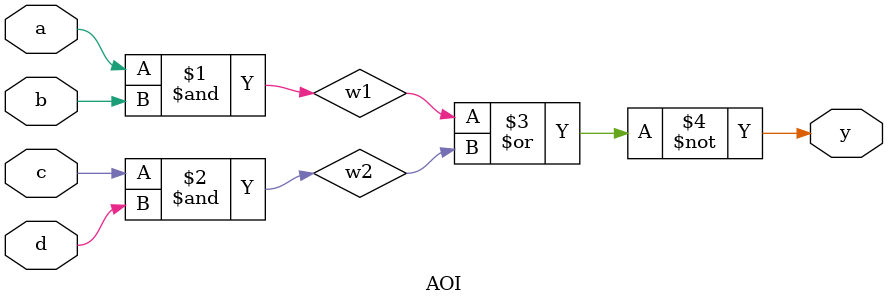
<source format=v>
`timescale 10ns / 1ps

module AOI(y,a,b,c,d);
    input a;
    input b;
    input c;
    input d;
    output y;
    wire w1;
    wire w2;
    and g1(w1,a,b);
    and g2(w2,c,d);
    nor g3(y,w1,w2);   
endmodule

</source>
